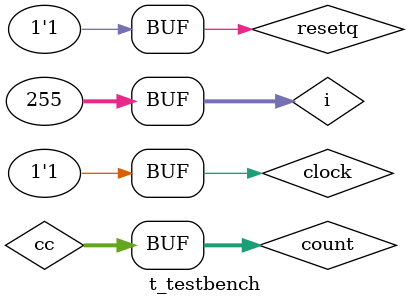
<source format=v>
`timescale 1ns / 1ps

module t_testbench;
  // Inputs
  reg clock;
  reg resetq;
  
  // Outputs
  wire [7:0] cc;
  wire unsupported;
  wire [7:0] io_din;
  wire io_inp;
  wire io_out;
  wire [7:0] io_dout;
  wire [2:0] io_n;

  reg [7:0] count;
  always @(posedge clock)
    count <= count + 1;
  
  assign cc = count;

  wire ram_rd, ram_wr;       // RAM write enable
  wire [7:0] ram_q, ram_d;   // RAM read data,RAM write data
  wire [15:0] ram_a;         // RAM address

  ram _ram (
    .clk(clock),
    .re(ram_rd),
    .we(ram_wr),
    .d(ram_d),
    .a(ram_a),
    .q(ram_q)
  );

  wire Q;
  cdp1802 cdp1802 (
    .clock(clock),
    .resetq(resetq),
    .Q(Q),
    .EF(4'b0000),

    .io_n(io_n),
    .io_inp(io_inp),
    .io_out(io_out),

    .ram_rd(ram_rd),
    .ram_wr(ram_wr),
    .ram_q(ram_q),
    .ram_d(ram_d),
    .ram_a(ram_a),

    .io_din(io_din),
    .io_dout(io_dout),

    .unsupported(unsupported)
  );
  
  integer i;
 
  initial begin
    $dumpfile("t_testbench.vcd");
    $dumpvars(0, t_testbench);
    clock = 0;

    // Setup RAM Area
    _ram.store[0]=8'h7b;    // 0000 7B    START SEQ
    _ram.store[1]=8'h7a;    // 0001 7A          REQ
    _ram.store[2]=8'h30;    // 0002 30 00       BR START
    _ram.store[3]=8'h00;

    #100
    
    resetq = 0;

    #20

    resetq = 1;

    for(i=0; i<255; i=i+1)
      #10 clock = ~clock;
  end    
endmodule
</source>
